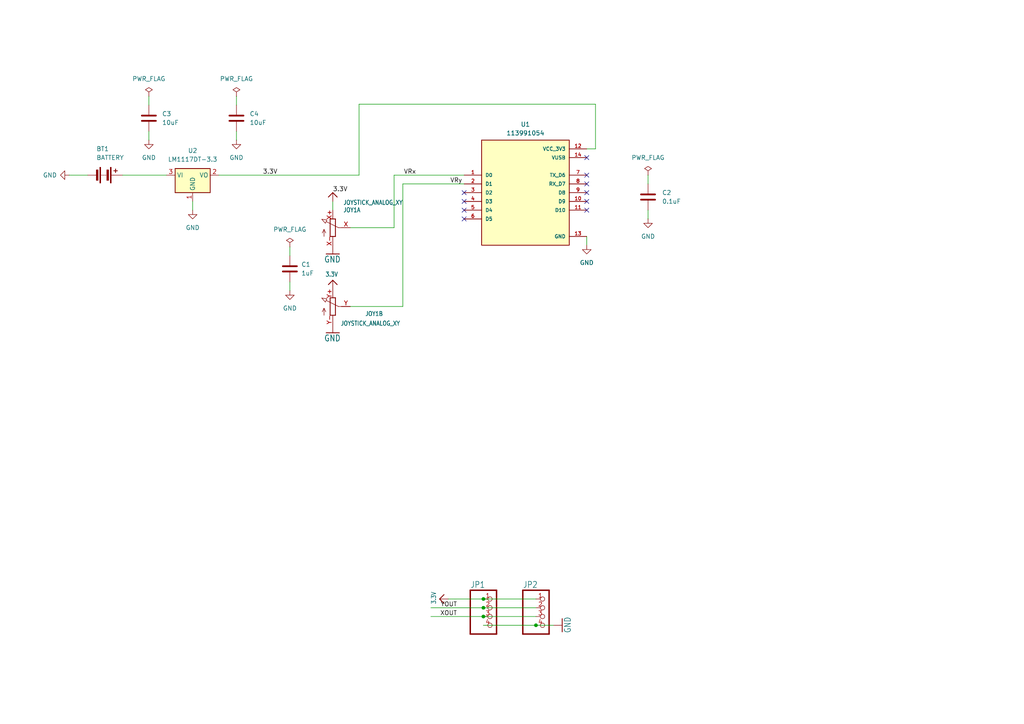
<source format=kicad_sch>
(kicad_sch (version 20231120) (generator "eeschema") (generator_version "8.0")
  (paper "A4")
  (lib_symbols
    (symbol "113991054:113991054" (pin_names (offset 1.016))
      (property "Reference" "U" (at -12.7 16.002 0))
      (property "Value" "113991054" (at -12.7 -17.78 0))
      (symbol "113991054_0_0"
        (rectangle (start -12.7 -15.24) (end 12.7 15.24) (stroke (width 0.254)) (fill (type background)))
        (pin bidirectional line (at -17.78 5.08 0) (length 5.08) (name "D0") (number "1"))
        (pin bidirectional line (at 17.78 -2.54 180) (length 5.08) (name "D9") (number "10"))
        (pin bidirectional line (at 17.78 -5.08 180) (length 5.08) (name "D10") (number "11"))
        (pin power_in line (at 17.78 12.7 180) (length 5.08) (name "VCC_3V3") (number "12"))
        (pin power_in line (at 17.78 -12.7 180) (length 5.08) (name "GND") (number "13"))
        (pin power_in line (at 17.78 10.16 180) (length 5.08) (name "VUSB") (number "14"))
        (pin bidirectional line (at -17.78 2.54 0) (length 5.08) (name "D1") (number "2"))
        (pin bidirectional line (at -17.78 0 0) (length 5.08) (name "D2") (number "3"))
        (pin bidirectional line (at -17.78 -2.54 0) (length 5.08) (name "D3") (number "4"))
        (pin bidirectional line (at -17.78 -5.08 0) (length 5.08) (name "D4") (number "5"))
        (pin bidirectional line (at -17.78 -7.62 0) (length 5.08) (name "D5") (number "6"))
        (pin bidirectional line (at 17.78 5.08 180) (length 5.08) (name "TX_D6") (number "7"))
        (pin bidirectional line (at 17.78 2.54 180) (length 5.08) (name "RX_D7") (number "8"))
        (pin bidirectional line (at 17.78 0 180) (length 5.08) (name "D8") (number "9"))
      )
    )
    (symbol "Adafruit Mini Analog Thumbstick-eagle-import:microbuilder_3.3V" (power)
      (symbol "microbuilder_3.3V_1_0"
        (polyline (pts (xy -1.27 -1.27) (xy 0 0)) (stroke (width 0.254)))
        (polyline (pts (xy 0 0) (xy 1.27 -1.27)) (stroke (width 0.254)))
        (pin power_in line (at 0 -2.54 90) (length 2.54) (name "3.3V") (number "1"))
      )
    )
    (symbol "Adafruit Mini Analog Thumbstick-eagle-import:microbuilder_HEADER-1X476MIL"
      (property "Reference" "JP" (at -6.35 8.255 0))
      (symbol "microbuilder_HEADER-1X476MIL_1_0"
        (polyline (pts (xy -6.35 -5.08) (xy 1.27 -5.08)) (stroke (width 0.4064)))
        (polyline (pts (xy -6.35 7.62) (xy -6.35 -5.08)) (stroke (width 0.4064)))
        (polyline (pts (xy 1.27 -5.08) (xy 1.27 7.62)) (stroke (width 0.4064)))
        (polyline (pts (xy 1.27 7.62) (xy -6.35 7.62)) (stroke (width 0.4064)))
        (pin passive inverted (at -2.54 5.08 0) (length 2.54) (name "1") (number "1"))
        (pin passive inverted (at -2.54 2.54 0) (length 2.54) (name "2") (number "2"))
        (pin passive inverted (at -2.54 0 0) (length 2.54) (name "3") (number "3"))
        (pin passive inverted (at -2.54 -2.54 0) (length 2.54) (name "4") (number "4"))
      )
    )
    (symbol "Adafruit Mini Analog Thumbstick-eagle-import:microbuilder_JOYSTICK_ANALOG_XY"
      (property "Reference" "JOY" (at -5.969 -3.81 90))
      (symbol "microbuilder_JOYSTICK_ANALOG_XY_1_0"
        (polyline (pts (xy -3.1989 2.4495) (xy -1.7018 2.2352)) (stroke (width 0.1524)))
        (polyline (pts (xy -2.54 -2.54) (xy -2.54 -0.508)) (stroke (width 0.1524)))
        (polyline (pts (xy -2.54 -0.508) (xy -3.048 -1.524)) (stroke (width 0.1524)))
        (polyline (pts (xy -2.54 -0.508) (xy -2.032 -1.524)) (stroke (width 0.1524)))
        (polyline (pts (xy -2.1597 1.2939) (xy -3.1989 2.4495)) (stroke (width 0.1524)))
        (polyline (pts (xy -2.1597 1.2939) (xy -1.7018 2.2352)) (stroke (width 0.1524)))
        (polyline (pts (xy -0.762 -2.54) (xy 0.762 -2.54)) (stroke (width 0.254)))
        (polyline (pts (xy -0.762 2.54) (xy -0.762 -2.54)) (stroke (width 0.254)))
        (polyline (pts (xy 0.762 -2.54) (xy 0.762 2.54)) (stroke (width 0.254)))
        (polyline (pts (xy 0.762 2.54) (xy -0.762 2.54)) (stroke (width 0.254)))
        (polyline (pts (xy 1.651 0) (xy -1.8796 1.7526)) (stroke (width 0.1524)))
        (polyline (pts (xy 2.54 0) (xy 1.651 0)) (stroke (width 0.1524)))
        (pin passive line (at 5.08 0 180) (length 2.54) (name "S") (number "X"))
        (pin passive line (at 0 5.08 270) (length 2.54) (name "E") (number "X+"))
        (pin passive line (at 0 -5.08 90) (length 2.54) (name "A") (number "X-"))
      )
      (symbol "microbuilder_JOYSTICK_ANALOG_XY_2_0"
        (polyline (pts (xy -3.1989 2.4495) (xy -1.7018 2.2352)) (stroke (width 0.1524)))
        (polyline (pts (xy -2.54 -2.54) (xy -2.54 -0.508)) (stroke (width 0.1524)))
        (polyline (pts (xy -2.54 -0.508) (xy -3.048 -1.524)) (stroke (width 0.1524)))
        (polyline (pts (xy -2.54 -0.508) (xy -2.032 -1.524)) (stroke (width 0.1524)))
        (polyline (pts (xy -2.1597 1.2939) (xy -3.1989 2.4495)) (stroke (width 0.1524)))
        (polyline (pts (xy -2.1597 1.2939) (xy -1.7018 2.2352)) (stroke (width 0.1524)))
        (polyline (pts (xy -0.762 -2.54) (xy 0.762 -2.54)) (stroke (width 0.254)))
        (polyline (pts (xy -0.762 2.54) (xy -0.762 -2.54)) (stroke (width 0.254)))
        (polyline (pts (xy 0.762 -2.54) (xy 0.762 2.54)) (stroke (width 0.254)))
        (polyline (pts (xy 0.762 2.54) (xy -0.762 2.54)) (stroke (width 0.254)))
        (polyline (pts (xy 1.651 0) (xy -1.8796 1.7526)) (stroke (width 0.1524)))
        (polyline (pts (xy 2.54 0) (xy 1.651 0)) (stroke (width 0.1524)))
        (pin passive line (at 5.08 0 180) (length 2.54) (name "S") (number "Y"))
        (pin passive line (at 0 5.08 270) (length 2.54) (name "E") (number "Y+"))
        (pin passive line (at 0 -5.08 90) (length 2.54) (name "A") (number "Y-"))
      )
    )
    (symbol "Adafruit Mini Analog Thumbstick-eagle-import:supply1_GND" (power)
      (symbol "supply1_GND_1_0"
        (polyline (pts (xy -1.905 0) (xy 1.905 0)) (stroke (width 0.254)))
        (pin power_in line (at 0 2.54 270) (length 2.54) (name "GND") (number "1"))
      )
    )
    (symbol "Device:Battery" (pin_numbers hide) (pin_names (offset 0) hide)
      (property "Reference" "BT" (at 2.54 2.54 0))
      (property "Value" "Battery" (at 2.54 0 0))
      (symbol "Battery_0_1"
        (rectangle (start -2.286 -1.27) (end 2.286 -1.524) (fill (type outline)))
        (rectangle (start -2.286 1.778) (end 2.286 1.524) (fill (type outline)))
        (rectangle (start -1.524 -2.032) (end 1.524 -2.54) (fill (type outline)))
        (rectangle (start -1.524 1.016) (end 1.524 0.508) (fill (type outline)))
        (polyline (pts (xy 0 -1.016) (xy 0 -0.762)))
        (polyline (pts (xy 0 -0.508) (xy 0 -0.254)))
        (polyline (pts (xy 0 0) (xy 0 0.254)))
        (polyline (pts (xy 0 1.778) (xy 0 2.54)))
        (polyline (pts (xy 0.762 3.048) (xy 1.778 3.048)) (stroke (width 0.254)))
        (polyline (pts (xy 1.27 3.556) (xy 1.27 2.54)) (stroke (width 0.254)))
      )
      (symbol "Battery_1_1"
        (pin passive line (at 0 5.08 270) (length 2.54) (name "+") (number "1"))
        (pin passive line (at 0 -5.08 90) (length 2.54) (name "-") (number "2"))
      )
    )
    (symbol "Device:C" (pin_numbers hide) (pin_names (offset 0.254))
      (property "Reference" "C" (at 0.635 2.54 0))
      (property "Value" "C" (at 0.635 -2.54 0))
      (symbol "C_0_1"
        (polyline (pts (xy -2.032 -0.762) (xy 2.032 -0.762)) (stroke (width 0.508)))
        (polyline (pts (xy -2.032 0.762) (xy 2.032 0.762)) (stroke (width 0.508)))
      )
      (symbol "C_1_1"
        (pin passive line (at 0 3.81 270) (length 2.794) (name "~") (number "1"))
        (pin passive line (at 0 -3.81 90) (length 2.794) (name "~") (number "2"))
      )
    )
    (symbol "Regulator_Linear:LM1117DT-3.3"
      (property "Reference" "U" (at -3.81 3.175 0))
      (property "Value" "LM1117DT-3.3" (at 0 3.175 0))
      (symbol "LM1117DT-3.3_0_1"
        (rectangle (start -5.08 -5.08) (end 5.08 1.905) (stroke (width 0.254)) (fill (type background)))
      )
      (symbol "LM1117DT-3.3_1_1"
        (pin power_in line (at 0 -7.62 90) (length 2.54) (name "GND") (number "1"))
        (pin power_out line (at 7.62 0 180) (length 2.54) (name "VO") (number "2"))
        (pin power_in line (at -7.62 0 0) (length 2.54) (name "VI") (number "3"))
      )
    )
    (symbol "power:GND" (power) (pin_numbers hide) (pin_names (offset 0) hide)
      (property "Value" "GND" (at 0 -3.81 0))
      (symbol "GND_0_1"
        (polyline (pts (xy 0 0) (xy 0 -1.27) (xy 1.27 -1.27) (xy 0 -2.54) (xy -1.27 -1.27) (xy 0 -1.27)))
      )
      (symbol "GND_1_1"
        (pin power_in line (at 0 0 270) (length 0) (name "~") (number "1"))
      )
    )
    (symbol "power:PWR_FLAG" (power) (pin_numbers hide) (pin_names (offset 0) hide)
      (property "Value" "PWR_FLAG" (at 0 3.81 0))
      (symbol "PWR_FLAG_0_0"
        (pin power_out line (at 0 0 90) (length 0) (name "~") (number "1"))
      )
      (symbol "PWR_FLAG_0_1"
        (polyline (pts (xy 0 0) (xy 0 1.27) (xy -1.016 1.905) (xy 0 2.54) (xy 1.016 1.905) (xy 0 1.27)))
      )
    )
  )
  (junction (at 140.208 178.816))
  (junction (at 155.448 181.356))
  (junction (at 140.208 176.276))
  (junction (at 140.208 173.736))
  (no_connect (at 134.62 55.88))
  (no_connect (at 134.62 63.5))
  (no_connect (at 170.18 53.34))
  (no_connect (at 134.62 58.42))
  (no_connect (at 134.62 60.96))
  (no_connect (at 170.18 50.8))
  (no_connect (at 170.18 45.72))
  (no_connect (at 170.18 60.96))
  (no_connect (at 170.18 55.88))
  (no_connect (at 170.18 58.42))
  (wire (pts (xy 25.4 50.8) (xy 20.066 50.8)))
  (wire (pts (xy 155.448 181.356) (xy 160.528 181.356)) (stroke (width 0.1524)))
  (wire (pts (xy 104.14 30.226) (xy 104.14 50.8)))
  (wire (pts (xy 172.72 30.226) (xy 172.72 43.18)))
  (wire (pts (xy 68.58 38.1) (xy 68.58 40.64)))
  (wire (pts (xy 187.96 50.8) (xy 187.96 53.34)))
  (wire (pts (xy 55.88 58.42) (xy 55.88 60.96)))
  (wire (pts (xy 84.074 71.628) (xy 84.074 74.168)))
  (wire (pts (xy 140.208 178.816) (xy 124.968 178.816)) (stroke (width 0.1524)))
  (wire (pts (xy 116.84 53.34) (xy 134.62 53.34)))
  (wire (pts (xy 187.96 60.96) (xy 187.96 63.5)))
  (wire (pts (xy 140.208 181.356) (xy 155.448 181.356)) (stroke (width 0.1524)))
  (wire (pts (xy 114.3 66.04) (xy 114.3 50.8)))
  (wire (pts (xy 155.448 176.276) (xy 140.208 176.276)) (stroke (width 0.1524)))
  (wire (pts (xy 170.18 68.58) (xy 170.18 71.12)))
  (wire (pts (xy 130.048 173.736) (xy 140.208 173.736)) (stroke (width 0.1524)))
  (wire (pts (xy 63.5 50.8) (xy 104.14 50.8)))
  (wire (pts (xy 35.56 50.8) (xy 48.26 50.8)))
  (wire (pts (xy 134.62 50.8) (xy 114.3 50.8)))
  (wire (pts (xy 68.58 27.94) (xy 68.58 30.48)))
  (wire (pts (xy 172.72 43.18) (xy 170.18 43.18)))
  (wire (pts (xy 124.968 176.276) (xy 140.208 176.276)) (stroke (width 0.1524)))
  (wire (pts (xy 140.208 178.816) (xy 155.448 178.816)) (stroke (width 0.1524)))
  (wire (pts (xy 43.18 38.1) (xy 43.18 40.64)))
  (wire (pts (xy 140.208 173.736) (xy 155.448 173.736)) (stroke (width 0.1524)))
  (wire (pts (xy 116.84 88.9) (xy 116.84 53.34)))
  (wire (pts (xy 104.14 30.226) (xy 172.72 30.226)))
  (wire (pts (xy 96.52 58.42) (xy 96.52 60.96)) (stroke (width 0.1524)))
  (wire (pts (xy 84.074 81.788) (xy 84.074 84.328)))
  (wire (pts (xy 43.18 27.94) (xy 43.18 30.48)))
  (wire (pts (xy 101.6 88.9) (xy 116.84 88.9)))
  (wire (pts (xy 101.6 66.04) (xy 114.3 66.04)))
  (label "3.3V" (at 76.2 50.8 0))
  (label "3.3V" (at 96.52 55.88 0))
  (label "VRy" (at 130.556 53.34 0))
  (label "YOUT" (at 132.588 176.276 180) (effects (font (size 1.2446 1.2446))))
  (label "XOUT" (at 132.588 178.816 180) (effects (font (size 1.2446 1.2446))))
  (label "VRx" (at 117.094 50.8 0))
  (symbol (lib_id "power:GND") (at 84.074 84.328 0) (unit 1)
    (property "Reference" "#PWR02" (effects (hide yes)))
    (property "Value" "GND" (at 84.074 89.408 0))
    (property "Description" "Power symbol creates a global label with name \"GND\" , ground" (effects (hide yes)))
  )
  (symbol (lib_id "power:GND") (at 43.18 40.64 0) (unit 1)
    (property "Reference" "#PWR06" (effects (hide yes)))
    (property "Value" "GND" (at 43.18 45.72 0))
    (property "Description" "Power symbol creates a global label with name \"GND\" , ground" (effects (hide yes)))
  )
  (symbol (lib_id "Regulator_Linear:LM1117DT-3.3") (at 55.88 50.8 0) (unit 1)
    (property "Reference" "U2" (at 55.88 43.688 0))
    (property "Value" "LM1117DT-3.3" (at 55.88 46.228 0))
    (property "Footprint" "Package_TO_SOT_SMD:TO-252-3_TabPin2" (effects (hide yes)))
    (property "Datasheet" "http://www.ti.com/lit/ds/symlink/lm1117.pdf" (effects (hide yes)))
    (property "Description" "800mA Low-Dropout Linear Regulator, 3.3V fixed output, TO-252" (effects (hide yes)))
  )
  (symbol (lib_id "Adafruit Mini Analog Thumbstick-eagle-import:microbuilder_JOYSTICK_ANALOG_XY") (at 96.52 66.04 0) (unit 1)
    (property "Reference" "JOY1" (at 99.568 61.595 0) (effects (font (size 1.27 1.0795)) (justify left bottom)))
    (property "Value" "JOYSTICK_ANALOG_XY" (at 99.568 59.436 0) (effects (font (size 1.27 1.0795)) (justify left bottom)))
    (property "Footprint" "Adafruit Mini Analog Thumbstick:JOYSTICK_ANALOG_MINITHM" (effects (hide yes)))
  )
  (symbol (lib_id "Device:C") (at 68.58 34.29 0) (unit 1)
    (property "Reference" "C4" (at 72.39 33.0199 0) (effects (justify left)))
    (property "Value" "10uF" (at 72.39 35.5599 0) (effects (justify left)))
    (property "Footprint" "Capacitor_SMD:C_0805_2012Metric_Pad1.18x1.45mm_HandSolder" (effects (hide yes)))
    (property "Description" "Unpolarized capacitor" (effects (hide yes)))
  )
  (symbol (lib_id "power:GND") (at 170.18 71.12 0) (unit 1)
    (property "Reference" "#PWR03" (effects (hide yes)))
    (property "Value" "GND" (at 170.18 76.2 0))
    (property "Description" "Power symbol creates a global label with name \"GND\" , ground" (effects (hide yes)))
  )
  (symbol (lib_id "Adafruit Mini Analog Thumbstick-eagle-import:microbuilder_HEADER-1X476MIL") (at 157.988 178.816 0) (unit 1)
    (property "Reference" "JP2" (at 151.638 170.561 0) (effects (font (size 1.778 1.5113)) (justify left bottom)))
    (property "Value" "HEADER-1X476MIL" (effects (hide yes)))
    (property "Footprint" "Adafruit Mini Analog Thumbstick:1X04_ROUND_76" (effects (hide yes)))
  )
  (symbol (lib_id "power:GND") (at 68.58 40.64 0) (unit 1)
    (property "Reference" "#PWR07" (effects (hide yes)))
    (property "Value" "GND" (at 68.58 45.72 0))
    (property "Description" "Power symbol creates a global label with name \"GND\" , ground" (effects (hide yes)))
  )
  (symbol (lib_id "Device:C") (at 84.074 77.978 0) (unit 1)
    (property "Reference" "C1" (at 87.376 76.7079 0) (effects (justify left)))
    (property "Value" "1uF" (at 87.376 79.2479 0) (effects (justify left)))
    (property "Footprint" "Capacitor_SMD:C_0402_1005Metric_Pad0.74x0.62mm_HandSolder" (effects (hide yes)))
    (property "Description" "Unpolarized capacitor" (effects (hide yes)))
  )
  (symbol (lib_id "power:PWR_FLAG") (at 187.96 50.8 0) (unit 1)
    (property "Reference" "#FLG02" (effects (hide yes)))
    (property "Value" "PWR_FLAG" (at 187.96 45.72 0))
    (property "Description" "Special symbol for telling ERC where power comes from" (effects (hide yes)))
  )
  (symbol (lib_id "power:GND") (at 20.066 50.8 270) (mirror x) (unit 1)
    (property "Reference" "#PWR01" (effects (hide yes)))
    (property "Value" "GND" (at 14.478 50.8 90))
    (property "Description" "Power symbol creates a global label with name \"GND\" , ground" (effects (hide yes)))
  )
  (symbol (lib_id "Adafruit Mini Analog Thumbstick-eagle-import:supply1_GND") (at 163.068 181.356 90) (mirror x) (unit 1)
    (property "Reference" "#GND03" (effects (hide yes)))
    (property "Value" "GND" (at 165.608 178.816 0) (effects (font (size 1.778 1.5113)) (justify left bottom)))
  )
  (symbol (lib_id "power:PWR_FLAG") (at 43.18 27.94 0) (unit 1)
    (property "Reference" "#FLG03" (effects (hide yes)))
    (property "Value" "PWR_FLAG" (at 43.18 22.86 0))
    (property "Description" "Special symbol for telling ERC where power comes from" (effects (hide yes)))
  )
  (symbol (lib_id "113991054:113991054") (at 152.4 55.88 0) (unit 1)
    (property "Reference" "U1" (at 152.4 36.068 0))
    (property "Value" "113991054" (at 152.4 38.608 0))
    (property "Footprint" "113991054:MODULE_113991054" (effects (hide yes)))
    (property "MF" "Seeed Technology Co., Ltd" (effects (hide yes)))
    (property "MAXIMUM_PACKAGE_HEIGHT" "N/A" (effects (hide yes)))
    (property "Package" "None" (effects (hide yes)))
    (property "Price" "None" (effects (hide yes)))
    (property "Check_prices" "https://www.snapeda.com/parts/113991054/Seeed+Technology+Co.%252C+Ltd/view-part/?ref=eda" (effects (hide yes)))
    (property "STANDARD" "Manufacturer Recommendations" (effects (hide yes)))
    (property "PARTREV" "23/05/2022" (effects (hide yes)))
    (property "SnapEDA_Link" "https://www.snapeda.com/parts/113991054/Seeed+Technology+Co.%252C+Ltd/view-part/?ref=snap" (effects (hide yes)))
    (property "MP" "113991054" (effects (hide yes)))
    (property "Purchase-URL" "https://www.snapeda.com/api/url_track_click_mouser/?unipart_id=12200757&manufacturer=Seeed Technology Co., Ltd&part_name=113991054&search_term=seeed studio xiao esp32c3" (effects (hide yes)))
    (property "Description_1" "\n- ESP32-C3 Transceiver; 802.11 a/b/g/n (Wi-Fi, WiFi, WLAN), Bluetooth® Smart 4.x Low Energy (BLE) 2.4GHz Evaluation Board\n" (effects (hide yes)))
    (property "SNAPEDA_PN" "113991054" (effects (hide yes)))
    (property "Availability" "In Stock" (effects (hide yes)))
    (property "MANUFACTURER" "Seeed Technology" (effects (hide yes)))
  )
  (symbol (lib_id "Device:C") (at 187.96 57.15 0) (unit 1)
    (property "Reference" "C2" (at 192.024 55.8799 0) (effects (justify left)))
    (property "Value" "0.1uF" (at 192.024 58.4199 0) (effects (justify left)))
    (property "Footprint" "Capacitor_SMD:C_0603_1608Metric_Pad1.08x0.95mm_HandSolder" (effects (hide yes)))
    (property "Description" "Unpolarized capacitor" (effects (hide yes)))
  )
  (symbol (lib_id "power:PWR_FLAG") (at 68.58 27.94 0) (unit 1)
    (property "Reference" "#FLG04" (effects (hide yes)))
    (property "Value" "PWR_FLAG" (at 68.58 22.86 0))
    (property "Description" "Special symbol for telling ERC where power comes from" (effects (hide yes)))
  )
  (symbol (lib_id "Adafruit Mini Analog Thumbstick-eagle-import:microbuilder_3.3V") (at 96.52 55.88 0) (mirror y) (unit 1)
    (property "Reference" "#U$01" (effects (hide yes)))
    (property "Value" "3.3V" (effects (hide yes)))
  )
  (symbol (lib_id "Adafruit Mini Analog Thumbstick-eagle-import:microbuilder_JOYSTICK_ANALOG_XY") (at 96.52 88.9 0) (unit 2)
    (property "Reference" "JOY1" (at 105.918 91.694 0) (effects (font (size 1.27 1.0795)) (justify left bottom)))
    (property "Value" "JOYSTICK_ANALOG_XY" (at 98.806 94.488 0) (effects (font (size 1.27 1.0795)) (justify left bottom)))
    (property "Footprint" "Adafruit Mini Analog Thumbstick:JOYSTICK_ANALOG_MINITHM" (effects (hide yes)))
  )
  (symbol (lib_id "power:GND") (at 55.88 60.96 0) (unit 1)
    (property "Reference" "#PWR05" (effects (hide yes)))
    (property "Value" "GND" (at 55.88 66.04 0))
    (property "Description" "Power symbol creates a global label with name \"GND\" , ground" (effects (hide yes)))
  )
  (symbol (lib_id "Adafruit Mini Analog Thumbstick-eagle-import:microbuilder_3.3V") (at 96.52 81.28 0) (mirror y) (unit 1)
    (property "Reference" "#U$02" (effects (hide yes)))
    (property "Value" "3.3V" (at 98.044 80.264 0) (effects (font (size 1.27 1.0795)) (justify left bottom)))
  )
  (symbol (lib_id "power:GND") (at 187.96 63.5 0) (unit 1)
    (property "Reference" "#PWR04" (effects (hide yes)))
    (property "Value" "GND" (at 187.96 68.58 0))
    (property "Description" "Power symbol creates a global label with name \"GND\" , ground" (effects (hide yes)))
  )
  (symbol (lib_id "Adafruit Mini Analog Thumbstick-eagle-import:microbuilder_3.3V") (at 127.508 173.736 90) (unit 1)
    (property "Reference" "#U$03" (effects (hide yes)))
    (property "Value" "3.3V" (at 126.492 175.26 0) (effects (font (size 1.27 1.0795)) (justify left bottom)))
  )
  (symbol (lib_id "Adafruit Mini Analog Thumbstick-eagle-import:microbuilder_HEADER-1X476MIL") (at 142.748 178.816 0) (unit 1)
    (property "Reference" "JP1" (at 136.398 170.561 0) (effects (font (size 1.778 1.5113)) (justify left bottom)))
    (property "Value" "HEADER-1X476MIL" (effects (hide yes)))
    (property "Footprint" "Adafruit Mini Analog Thumbstick:1X04_ROUND_76" (effects (hide yes)))
  )
  (symbol (lib_id "Device:C") (at 43.18 34.29 0) (unit 1)
    (property "Reference" "C3" (at 46.99 33.0199 0) (effects (justify left)))
    (property "Value" "10uF" (at 46.99 35.5599 0) (effects (justify left)))
    (property "Footprint" "Capacitor_SMD:C_0805_2012Metric_Pad1.18x1.45mm_HandSolder" (effects (hide yes)))
    (property "Description" "Unpolarized capacitor" (effects (hide yes)))
  )
  (symbol (lib_id "power:PWR_FLAG") (at 84.074 71.628 0) (unit 1)
    (property "Reference" "#FLG01" (effects (hide yes)))
    (property "Value" "PWR_FLAG" (at 84.074 66.548 0))
    (property "Description" "Special symbol for telling ERC where power comes from" (effects (hide yes)))
  )
  (symbol (lib_id "Adafruit Mini Analog Thumbstick-eagle-import:supply1_GND") (at 96.52 73.66 0) (unit 1)
    (property "Reference" "#GND01" (effects (hide yes)))
    (property "Value" "GND" (at 93.98 76.2 0) (effects (font (size 1.778 1.5113)) (justify left bottom)))
  )
  (symbol (lib_id "Device:Battery") (at 30.48 50.8 270) (mirror x) (unit 1)
    (property "Reference" "BT1" (at 27.94 43.18 90) (effects (justify left)))
    (property "Value" "BATTERY" (at 27.94 45.72 90) (effects (justify left)))
    (property "Footprint" "Connector_Molex:Molex_PicoBlade_53398-0271_1x02-1MP_P1.25mm_Vertical" (effects (hide yes)))
    (property "Description" "Multiple-cell battery" (effects (hide yes)))
  )
  (symbol (lib_id "Adafruit Mini Analog Thumbstick-eagle-import:supply1_GND") (at 96.52 96.52 0) (unit 1)
    (property "Reference" "#GND02" (effects (hide yes)))
    (property "Value" "GND" (at 93.98 99.06 0) (effects (font (size 1.778 1.5113)) (justify left bottom)))
  )
)
</source>
